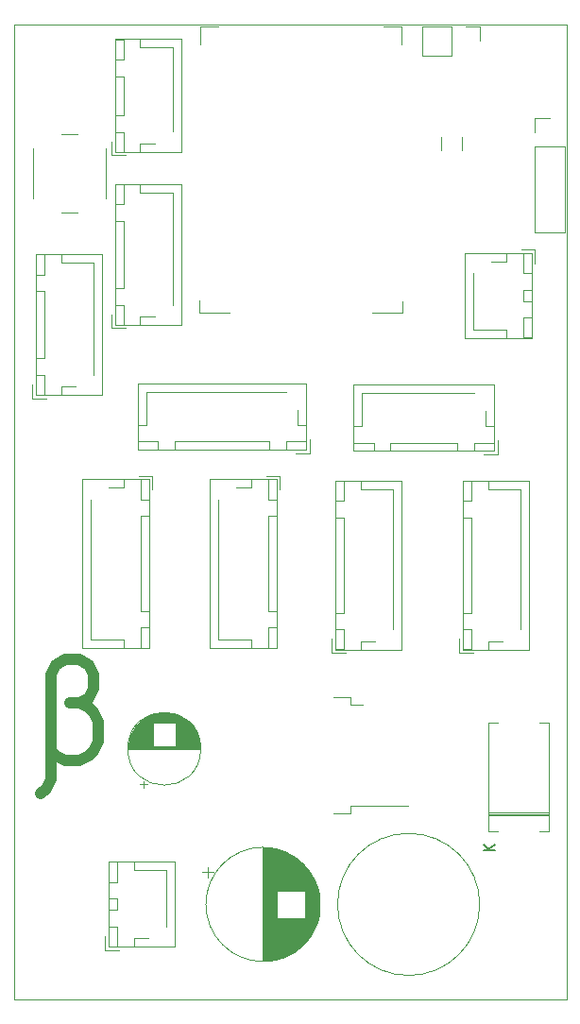
<source format=gbr>
G04 #@! TF.GenerationSoftware,KiCad,Pcbnew,(5.1.5)-3*
G04 #@! TF.CreationDate,2020-08-07T20:28:23-04:00*
G04 #@! TF.ProjectId,Ebike Board,4562696b-6520-4426-9f61-72642e6b6963,rev?*
G04 #@! TF.SameCoordinates,Original*
G04 #@! TF.FileFunction,Legend,Top*
G04 #@! TF.FilePolarity,Positive*
%FSLAX46Y46*%
G04 Gerber Fmt 4.6, Leading zero omitted, Abs format (unit mm)*
G04 Created by KiCad (PCBNEW (5.1.5)-3) date 2020-08-07 20:28:23*
%MOMM*%
%LPD*%
G04 APERTURE LIST*
%ADD10C,0.050000*%
%ADD11C,1.000000*%
%ADD12C,0.120000*%
%ADD13C,0.100000*%
%ADD14C,0.150000*%
G04 APERTURE END LIST*
D10*
X111000000Y-157100000D02*
X111000000Y-69700000D01*
X160500000Y-157100000D02*
X111000000Y-157100000D01*
X160500000Y-69700000D02*
X160500000Y-157100000D01*
X111000000Y-69700000D02*
X160500000Y-69700000D01*
D11*
X116842857Y-130528571D02*
X117700000Y-130957142D01*
X118128571Y-131385714D01*
X118557142Y-132242857D01*
X118557142Y-133957142D01*
X118128571Y-134814285D01*
X117700000Y-135242857D01*
X116842857Y-135671428D01*
X115557142Y-135671428D01*
X114700000Y-135242857D01*
X114271428Y-134814285D01*
X113414285Y-138671428D02*
X113842857Y-138242857D01*
X114271428Y-137385714D01*
X114271428Y-127957142D01*
X114700000Y-127100000D01*
X115557142Y-126671428D01*
X116842857Y-126671428D01*
X117700000Y-127100000D01*
X118128571Y-127957142D01*
X118128571Y-129242857D01*
X117700000Y-130100000D01*
X116842857Y-130528571D01*
X115985714Y-130528571D01*
D12*
X112650000Y-103250000D02*
X113900000Y-103250000D01*
X112650000Y-102000000D02*
X112650000Y-103250000D01*
X118150000Y-91100000D02*
X118150000Y-96650000D01*
X115200000Y-91100000D02*
X118150000Y-91100000D01*
X115200000Y-90350000D02*
X115200000Y-91100000D01*
X118150000Y-96650000D02*
X118150000Y-101140000D01*
X115200000Y-102200000D02*
X116540000Y-102200000D01*
X115200000Y-102950000D02*
X115200000Y-102200000D01*
X112950000Y-90350000D02*
X112950000Y-92150000D01*
X113700000Y-90350000D02*
X112950000Y-90350000D01*
X113700000Y-92150000D02*
X113700000Y-90350000D01*
X112950000Y-92150000D02*
X113700000Y-92150000D01*
X112950000Y-101150000D02*
X112950000Y-102950000D01*
X113700000Y-101150000D02*
X112950000Y-101150000D01*
X113700000Y-102950000D02*
X113700000Y-101150000D01*
X112950000Y-102950000D02*
X113700000Y-102950000D01*
X112950000Y-93650000D02*
X112950000Y-99650000D01*
X113700000Y-93650000D02*
X112950000Y-93650000D01*
X113700000Y-99650000D02*
X113700000Y-93650000D01*
X112950000Y-99650000D02*
X113700000Y-99650000D01*
X112940000Y-90340000D02*
X112940000Y-102960000D01*
X118910000Y-90340000D02*
X112940000Y-90340000D01*
X118910000Y-102960000D02*
X118910000Y-90340000D01*
X112940000Y-102960000D02*
X118910000Y-102960000D01*
X152730000Y-148590000D02*
G75*
G03X152730000Y-148590000I-6370000J0D01*
G01*
X134540000Y-110470000D02*
X128570000Y-110470000D01*
X128570000Y-110470000D02*
X128570000Y-125590000D01*
X128570000Y-125590000D02*
X134540000Y-125590000D01*
X134540000Y-125590000D02*
X134540000Y-110470000D01*
X134530000Y-113780000D02*
X133780000Y-113780000D01*
X133780000Y-113780000D02*
X133780000Y-122280000D01*
X133780000Y-122280000D02*
X134530000Y-122280000D01*
X134530000Y-122280000D02*
X134530000Y-113780000D01*
X134530000Y-110480000D02*
X133780000Y-110480000D01*
X133780000Y-110480000D02*
X133780000Y-112280000D01*
X133780000Y-112280000D02*
X134530000Y-112280000D01*
X134530000Y-112280000D02*
X134530000Y-110480000D01*
X134530000Y-123780000D02*
X133780000Y-123780000D01*
X133780000Y-123780000D02*
X133780000Y-125580000D01*
X133780000Y-125580000D02*
X134530000Y-125580000D01*
X134530000Y-125580000D02*
X134530000Y-123780000D01*
X132280000Y-110480000D02*
X132280000Y-111230000D01*
X132280000Y-111230000D02*
X130940000Y-111230000D01*
X129330000Y-118030000D02*
X129330000Y-112290000D01*
X132280000Y-125580000D02*
X132280000Y-124830000D01*
X132280000Y-124830000D02*
X129330000Y-124830000D01*
X129330000Y-124830000D02*
X129330000Y-118030000D01*
X134830000Y-111430000D02*
X134830000Y-110180000D01*
X134830000Y-110180000D02*
X133580000Y-110180000D01*
X151210000Y-125750000D02*
X157180000Y-125750000D01*
X157180000Y-125750000D02*
X157180000Y-110630000D01*
X157180000Y-110630000D02*
X151210000Y-110630000D01*
X151210000Y-110630000D02*
X151210000Y-125750000D01*
X151220000Y-122440000D02*
X151970000Y-122440000D01*
X151970000Y-122440000D02*
X151970000Y-113940000D01*
X151970000Y-113940000D02*
X151220000Y-113940000D01*
X151220000Y-113940000D02*
X151220000Y-122440000D01*
X151220000Y-125740000D02*
X151970000Y-125740000D01*
X151970000Y-125740000D02*
X151970000Y-123940000D01*
X151970000Y-123940000D02*
X151220000Y-123940000D01*
X151220000Y-123940000D02*
X151220000Y-125740000D01*
X151220000Y-112440000D02*
X151970000Y-112440000D01*
X151970000Y-112440000D02*
X151970000Y-110640000D01*
X151970000Y-110640000D02*
X151220000Y-110640000D01*
X151220000Y-110640000D02*
X151220000Y-112440000D01*
X153470000Y-125740000D02*
X153470000Y-124990000D01*
X153470000Y-124990000D02*
X154810000Y-124990000D01*
X156420000Y-118190000D02*
X156420000Y-123930000D01*
X153470000Y-110640000D02*
X153470000Y-111390000D01*
X153470000Y-111390000D02*
X156420000Y-111390000D01*
X156420000Y-111390000D02*
X156420000Y-118190000D01*
X150920000Y-124790000D02*
X150920000Y-126040000D01*
X150920000Y-126040000D02*
X152170000Y-126040000D01*
X139780000Y-125750000D02*
X145750000Y-125750000D01*
X145750000Y-125750000D02*
X145750000Y-110630000D01*
X145750000Y-110630000D02*
X139780000Y-110630000D01*
X139780000Y-110630000D02*
X139780000Y-125750000D01*
X139790000Y-122440000D02*
X140540000Y-122440000D01*
X140540000Y-122440000D02*
X140540000Y-113940000D01*
X140540000Y-113940000D02*
X139790000Y-113940000D01*
X139790000Y-113940000D02*
X139790000Y-122440000D01*
X139790000Y-125740000D02*
X140540000Y-125740000D01*
X140540000Y-125740000D02*
X140540000Y-123940000D01*
X140540000Y-123940000D02*
X139790000Y-123940000D01*
X139790000Y-123940000D02*
X139790000Y-125740000D01*
X139790000Y-112440000D02*
X140540000Y-112440000D01*
X140540000Y-112440000D02*
X140540000Y-110640000D01*
X140540000Y-110640000D02*
X139790000Y-110640000D01*
X139790000Y-110640000D02*
X139790000Y-112440000D01*
X142040000Y-125740000D02*
X142040000Y-124990000D01*
X142040000Y-124990000D02*
X143380000Y-124990000D01*
X144990000Y-118190000D02*
X144990000Y-123930000D01*
X142040000Y-110640000D02*
X142040000Y-111390000D01*
X142040000Y-111390000D02*
X144990000Y-111390000D01*
X144990000Y-111390000D02*
X144990000Y-118190000D01*
X139490000Y-124790000D02*
X139490000Y-126040000D01*
X139490000Y-126040000D02*
X140740000Y-126040000D01*
X154050000Y-107960000D02*
X154050000Y-101990000D01*
X154050000Y-101990000D02*
X141430000Y-101990000D01*
X141430000Y-101990000D02*
X141430000Y-107960000D01*
X141430000Y-107960000D02*
X154050000Y-107960000D01*
X150740000Y-107950000D02*
X150740000Y-107200000D01*
X150740000Y-107200000D02*
X144740000Y-107200000D01*
X144740000Y-107200000D02*
X144740000Y-107950000D01*
X144740000Y-107950000D02*
X150740000Y-107950000D01*
X154040000Y-107950000D02*
X154040000Y-107200000D01*
X154040000Y-107200000D02*
X152240000Y-107200000D01*
X152240000Y-107200000D02*
X152240000Y-107950000D01*
X152240000Y-107950000D02*
X154040000Y-107950000D01*
X143240000Y-107950000D02*
X143240000Y-107200000D01*
X143240000Y-107200000D02*
X141440000Y-107200000D01*
X141440000Y-107200000D02*
X141440000Y-107950000D01*
X141440000Y-107950000D02*
X143240000Y-107950000D01*
X154040000Y-105700000D02*
X153290000Y-105700000D01*
X153290000Y-105700000D02*
X153290000Y-104360000D01*
X147740000Y-102750000D02*
X152230000Y-102750000D01*
X141440000Y-105700000D02*
X142190000Y-105700000D01*
X142190000Y-105700000D02*
X142190000Y-102750000D01*
X142190000Y-102750000D02*
X147740000Y-102750000D01*
X153090000Y-108250000D02*
X154340000Y-108250000D01*
X154340000Y-108250000D02*
X154340000Y-107000000D01*
X120040000Y-81160000D02*
X126010000Y-81160000D01*
X126010000Y-81160000D02*
X126010000Y-71040000D01*
X126010000Y-71040000D02*
X120040000Y-71040000D01*
X120040000Y-71040000D02*
X120040000Y-81160000D01*
X120050000Y-77850000D02*
X120800000Y-77850000D01*
X120800000Y-77850000D02*
X120800000Y-74350000D01*
X120800000Y-74350000D02*
X120050000Y-74350000D01*
X120050000Y-74350000D02*
X120050000Y-77850000D01*
X120050000Y-81150000D02*
X120800000Y-81150000D01*
X120800000Y-81150000D02*
X120800000Y-79350000D01*
X120800000Y-79350000D02*
X120050000Y-79350000D01*
X120050000Y-79350000D02*
X120050000Y-81150000D01*
X120050000Y-72850000D02*
X120800000Y-72850000D01*
X120800000Y-72850000D02*
X120800000Y-71050000D01*
X120800000Y-71050000D02*
X120050000Y-71050000D01*
X120050000Y-71050000D02*
X120050000Y-72850000D01*
X122300000Y-81150000D02*
X122300000Y-80400000D01*
X122300000Y-80400000D02*
X123640000Y-80400000D01*
X125250000Y-76100000D02*
X125250000Y-79340000D01*
X122300000Y-71050000D02*
X122300000Y-71800000D01*
X122300000Y-71800000D02*
X125250000Y-71800000D01*
X125250000Y-71800000D02*
X125250000Y-76100000D01*
X119750000Y-80200000D02*
X119750000Y-81450000D01*
X119750000Y-81450000D02*
X121000000Y-81450000D01*
X116700000Y-79550000D02*
X115200000Y-79550000D01*
X112700000Y-80800000D02*
X112700000Y-85300000D01*
X115200000Y-86550000D02*
X116700000Y-86550000D01*
X119200000Y-85300000D02*
X119200000Y-80800000D01*
D13*
X127630000Y-95530000D02*
X130280000Y-95530000D01*
X127630000Y-94480000D02*
X127630000Y-95530000D01*
X145780000Y-95550000D02*
X143080000Y-95550000D01*
X145780000Y-94510000D02*
X145780000Y-95550000D01*
X127660000Y-69910000D02*
X129290000Y-69910000D01*
X127660000Y-71540000D02*
X127660000Y-69910000D01*
X145730000Y-69910000D02*
X144090000Y-69910000D01*
X145730000Y-71530000D02*
X145730000Y-69910000D01*
D12*
X157400000Y-90190000D02*
X151430000Y-90190000D01*
X151430000Y-90190000D02*
X151430000Y-97810000D01*
X151430000Y-97810000D02*
X157400000Y-97810000D01*
X157400000Y-97810000D02*
X157400000Y-90190000D01*
X157390000Y-93500000D02*
X156640000Y-93500000D01*
X156640000Y-93500000D02*
X156640000Y-94500000D01*
X156640000Y-94500000D02*
X157390000Y-94500000D01*
X157390000Y-94500000D02*
X157390000Y-93500000D01*
X157390000Y-90200000D02*
X156640000Y-90200000D01*
X156640000Y-90200000D02*
X156640000Y-92000000D01*
X156640000Y-92000000D02*
X157390000Y-92000000D01*
X157390000Y-92000000D02*
X157390000Y-90200000D01*
X157390000Y-96000000D02*
X156640000Y-96000000D01*
X156640000Y-96000000D02*
X156640000Y-97800000D01*
X156640000Y-97800000D02*
X157390000Y-97800000D01*
X157390000Y-97800000D02*
X157390000Y-96000000D01*
X155140000Y-90200000D02*
X155140000Y-90950000D01*
X155140000Y-90950000D02*
X153800000Y-90950000D01*
X152190000Y-94000000D02*
X152190000Y-92010000D01*
X155140000Y-97800000D02*
X155140000Y-97050000D01*
X155140000Y-97050000D02*
X152190000Y-97050000D01*
X152190000Y-97050000D02*
X152190000Y-94000000D01*
X157690000Y-91150000D02*
X157690000Y-89900000D01*
X157690000Y-89900000D02*
X156440000Y-89900000D01*
X120040000Y-96660000D02*
X126010000Y-96660000D01*
X126010000Y-96660000D02*
X126010000Y-84040000D01*
X126010000Y-84040000D02*
X120040000Y-84040000D01*
X120040000Y-84040000D02*
X120040000Y-96660000D01*
X120050000Y-93350000D02*
X120800000Y-93350000D01*
X120800000Y-93350000D02*
X120800000Y-87350000D01*
X120800000Y-87350000D02*
X120050000Y-87350000D01*
X120050000Y-87350000D02*
X120050000Y-93350000D01*
X120050000Y-96650000D02*
X120800000Y-96650000D01*
X120800000Y-96650000D02*
X120800000Y-94850000D01*
X120800000Y-94850000D02*
X120050000Y-94850000D01*
X120050000Y-94850000D02*
X120050000Y-96650000D01*
X120050000Y-85850000D02*
X120800000Y-85850000D01*
X120800000Y-85850000D02*
X120800000Y-84050000D01*
X120800000Y-84050000D02*
X120050000Y-84050000D01*
X120050000Y-84050000D02*
X120050000Y-85850000D01*
X122300000Y-96650000D02*
X122300000Y-95900000D01*
X122300000Y-95900000D02*
X123640000Y-95900000D01*
X125250000Y-90350000D02*
X125250000Y-94840000D01*
X122300000Y-84050000D02*
X122300000Y-84800000D01*
X122300000Y-84800000D02*
X125250000Y-84800000D01*
X125250000Y-84800000D02*
X125250000Y-90350000D01*
X119750000Y-95700000D02*
X119750000Y-96950000D01*
X119750000Y-96950000D02*
X121000000Y-96950000D01*
X137180000Y-107870000D02*
X137180000Y-101900000D01*
X137180000Y-101900000D02*
X122060000Y-101900000D01*
X122060000Y-101900000D02*
X122060000Y-107870000D01*
X122060000Y-107870000D02*
X137180000Y-107870000D01*
X133870000Y-107860000D02*
X133870000Y-107110000D01*
X133870000Y-107110000D02*
X125370000Y-107110000D01*
X125370000Y-107110000D02*
X125370000Y-107860000D01*
X125370000Y-107860000D02*
X133870000Y-107860000D01*
X137170000Y-107860000D02*
X137170000Y-107110000D01*
X137170000Y-107110000D02*
X135370000Y-107110000D01*
X135370000Y-107110000D02*
X135370000Y-107860000D01*
X135370000Y-107860000D02*
X137170000Y-107860000D01*
X123870000Y-107860000D02*
X123870000Y-107110000D01*
X123870000Y-107110000D02*
X122070000Y-107110000D01*
X122070000Y-107110000D02*
X122070000Y-107860000D01*
X122070000Y-107860000D02*
X123870000Y-107860000D01*
X137170000Y-105610000D02*
X136420000Y-105610000D01*
X136420000Y-105610000D02*
X136420000Y-104270000D01*
X129620000Y-102660000D02*
X135360000Y-102660000D01*
X122070000Y-105610000D02*
X122820000Y-105610000D01*
X122820000Y-105610000D02*
X122820000Y-102660000D01*
X122820000Y-102660000D02*
X129620000Y-102660000D01*
X136220000Y-108160000D02*
X137470000Y-108160000D01*
X137470000Y-108160000D02*
X137470000Y-106910000D01*
X119460000Y-152380000D02*
X125430000Y-152380000D01*
X125430000Y-152380000D02*
X125430000Y-144760000D01*
X125430000Y-144760000D02*
X119460000Y-144760000D01*
X119460000Y-144760000D02*
X119460000Y-152380000D01*
X119470000Y-149070000D02*
X120220000Y-149070000D01*
X120220000Y-149070000D02*
X120220000Y-148070000D01*
X120220000Y-148070000D02*
X119470000Y-148070000D01*
X119470000Y-148070000D02*
X119470000Y-149070000D01*
X119470000Y-152370000D02*
X120220000Y-152370000D01*
X120220000Y-152370000D02*
X120220000Y-150570000D01*
X120220000Y-150570000D02*
X119470000Y-150570000D01*
X119470000Y-150570000D02*
X119470000Y-152370000D01*
X119470000Y-146570000D02*
X120220000Y-146570000D01*
X120220000Y-146570000D02*
X120220000Y-144770000D01*
X120220000Y-144770000D02*
X119470000Y-144770000D01*
X119470000Y-144770000D02*
X119470000Y-146570000D01*
X121720000Y-152370000D02*
X121720000Y-151620000D01*
X121720000Y-151620000D02*
X123060000Y-151620000D01*
X124670000Y-148570000D02*
X124670000Y-150560000D01*
X121720000Y-144770000D02*
X121720000Y-145520000D01*
X121720000Y-145520000D02*
X124670000Y-145520000D01*
X124670000Y-145520000D02*
X124670000Y-148570000D01*
X119170000Y-151420000D02*
X119170000Y-152670000D01*
X119170000Y-152670000D02*
X120420000Y-152670000D01*
X123110000Y-110470000D02*
X117140000Y-110470000D01*
X117140000Y-110470000D02*
X117140000Y-125590000D01*
X117140000Y-125590000D02*
X123110000Y-125590000D01*
X123110000Y-125590000D02*
X123110000Y-110470000D01*
X123100000Y-113780000D02*
X122350000Y-113780000D01*
X122350000Y-113780000D02*
X122350000Y-122280000D01*
X122350000Y-122280000D02*
X123100000Y-122280000D01*
X123100000Y-122280000D02*
X123100000Y-113780000D01*
X123100000Y-110480000D02*
X122350000Y-110480000D01*
X122350000Y-110480000D02*
X122350000Y-112280000D01*
X122350000Y-112280000D02*
X123100000Y-112280000D01*
X123100000Y-112280000D02*
X123100000Y-110480000D01*
X123100000Y-123780000D02*
X122350000Y-123780000D01*
X122350000Y-123780000D02*
X122350000Y-125580000D01*
X122350000Y-125580000D02*
X123100000Y-125580000D01*
X123100000Y-125580000D02*
X123100000Y-123780000D01*
X120850000Y-110480000D02*
X120850000Y-111230000D01*
X120850000Y-111230000D02*
X119510000Y-111230000D01*
X117900000Y-118030000D02*
X117900000Y-112290000D01*
X120850000Y-125580000D02*
X120850000Y-124830000D01*
X120850000Y-124830000D02*
X117900000Y-124830000D01*
X117900000Y-124830000D02*
X117900000Y-118030000D01*
X123400000Y-111430000D02*
X123400000Y-110180000D01*
X123400000Y-110180000D02*
X122150000Y-110180000D01*
X152770000Y-69870000D02*
X152770000Y-71200000D01*
X151440000Y-69870000D02*
X152770000Y-69870000D01*
X150170000Y-69870000D02*
X150170000Y-72530000D01*
X150170000Y-72530000D02*
X147570000Y-72530000D01*
X150170000Y-69870000D02*
X147570000Y-69870000D01*
X147570000Y-69870000D02*
X147570000Y-72530000D01*
X157670000Y-78090000D02*
X159000000Y-78090000D01*
X157670000Y-79420000D02*
X157670000Y-78090000D01*
X157670000Y-80690000D02*
X160330000Y-80690000D01*
X160330000Y-80690000D02*
X160330000Y-88370000D01*
X157670000Y-80690000D02*
X157670000Y-88370000D01*
X157670000Y-88370000D02*
X160330000Y-88370000D01*
X141150000Y-130715000D02*
X142250000Y-130715000D01*
X141150000Y-130025000D02*
X141150000Y-130715000D01*
X139650000Y-130025000D02*
X141150000Y-130025000D01*
X141150000Y-139735000D02*
X146275000Y-139735000D01*
X141150000Y-140425000D02*
X141150000Y-139735000D01*
X139650000Y-140425000D02*
X141150000Y-140425000D01*
X149290000Y-79797936D02*
X149290000Y-81002064D01*
X151110000Y-79797936D02*
X151110000Y-81002064D01*
X153490000Y-140605000D02*
X158930000Y-140605000D01*
X153490000Y-140365000D02*
X158930000Y-140365000D01*
X153490000Y-140485000D02*
X158930000Y-140485000D01*
X158930000Y-132290000D02*
X158050000Y-132290000D01*
X158930000Y-142030000D02*
X158930000Y-132290000D01*
X158050000Y-142030000D02*
X158930000Y-142030000D01*
X153490000Y-132290000D02*
X154370000Y-132290000D01*
X153490000Y-142030000D02*
X153490000Y-132290000D01*
X154370000Y-142030000D02*
X153490000Y-142030000D01*
X128330354Y-145215000D02*
X128330354Y-146215000D01*
X127830354Y-145715000D02*
X128830354Y-145715000D01*
X138391000Y-147991000D02*
X138391000Y-149189000D01*
X138351000Y-147728000D02*
X138351000Y-149452000D01*
X138311000Y-147528000D02*
X138311000Y-149652000D01*
X138271000Y-147360000D02*
X138271000Y-149820000D01*
X138231000Y-147212000D02*
X138231000Y-149968000D01*
X138191000Y-147080000D02*
X138191000Y-150100000D01*
X138151000Y-146960000D02*
X138151000Y-150220000D01*
X138111000Y-146848000D02*
X138111000Y-150332000D01*
X138071000Y-146744000D02*
X138071000Y-150436000D01*
X138031000Y-146646000D02*
X138031000Y-150534000D01*
X137991000Y-146553000D02*
X137991000Y-150627000D01*
X137951000Y-146465000D02*
X137951000Y-150715000D01*
X137911000Y-146381000D02*
X137911000Y-150799000D01*
X137871000Y-146301000D02*
X137871000Y-150879000D01*
X137831000Y-146225000D02*
X137831000Y-150955000D01*
X137791000Y-146151000D02*
X137791000Y-151029000D01*
X137751000Y-146080000D02*
X137751000Y-151100000D01*
X137711000Y-146011000D02*
X137711000Y-151169000D01*
X137671000Y-145945000D02*
X137671000Y-151235000D01*
X137631000Y-145881000D02*
X137631000Y-151299000D01*
X137591000Y-145820000D02*
X137591000Y-151360000D01*
X137551000Y-145760000D02*
X137551000Y-151420000D01*
X137511000Y-145701000D02*
X137511000Y-151479000D01*
X137471000Y-145645000D02*
X137471000Y-151535000D01*
X137431000Y-145590000D02*
X137431000Y-151590000D01*
X137391000Y-145536000D02*
X137391000Y-151644000D01*
X137351000Y-145484000D02*
X137351000Y-151696000D01*
X137311000Y-145434000D02*
X137311000Y-151746000D01*
X137271000Y-145384000D02*
X137271000Y-151796000D01*
X137231000Y-145336000D02*
X137231000Y-151844000D01*
X137191000Y-145289000D02*
X137191000Y-151891000D01*
X137151000Y-145243000D02*
X137151000Y-151937000D01*
X137111000Y-145198000D02*
X137111000Y-151982000D01*
X137071000Y-145154000D02*
X137071000Y-152026000D01*
X137031000Y-149831000D02*
X137031000Y-152068000D01*
X137031000Y-145112000D02*
X137031000Y-147349000D01*
X136991000Y-149831000D02*
X136991000Y-152110000D01*
X136991000Y-145070000D02*
X136991000Y-147349000D01*
X136951000Y-149831000D02*
X136951000Y-152151000D01*
X136951000Y-145029000D02*
X136951000Y-147349000D01*
X136911000Y-149831000D02*
X136911000Y-152191000D01*
X136911000Y-144989000D02*
X136911000Y-147349000D01*
X136871000Y-149831000D02*
X136871000Y-152230000D01*
X136871000Y-144950000D02*
X136871000Y-147349000D01*
X136831000Y-149831000D02*
X136831000Y-152269000D01*
X136831000Y-144911000D02*
X136831000Y-147349000D01*
X136791000Y-149831000D02*
X136791000Y-152306000D01*
X136791000Y-144874000D02*
X136791000Y-147349000D01*
X136751000Y-149831000D02*
X136751000Y-152343000D01*
X136751000Y-144837000D02*
X136751000Y-147349000D01*
X136711000Y-149831000D02*
X136711000Y-152379000D01*
X136711000Y-144801000D02*
X136711000Y-147349000D01*
X136671000Y-149831000D02*
X136671000Y-152414000D01*
X136671000Y-144766000D02*
X136671000Y-147349000D01*
X136631000Y-149831000D02*
X136631000Y-152448000D01*
X136631000Y-144732000D02*
X136631000Y-147349000D01*
X136591000Y-149831000D02*
X136591000Y-152482000D01*
X136591000Y-144698000D02*
X136591000Y-147349000D01*
X136551000Y-149831000D02*
X136551000Y-152515000D01*
X136551000Y-144665000D02*
X136551000Y-147349000D01*
X136511000Y-149831000D02*
X136511000Y-152547000D01*
X136511000Y-144633000D02*
X136511000Y-147349000D01*
X136471000Y-149831000D02*
X136471000Y-152579000D01*
X136471000Y-144601000D02*
X136471000Y-147349000D01*
X136431000Y-149831000D02*
X136431000Y-152610000D01*
X136431000Y-144570000D02*
X136431000Y-147349000D01*
X136391000Y-149831000D02*
X136391000Y-152640000D01*
X136391000Y-144540000D02*
X136391000Y-147349000D01*
X136351000Y-149831000D02*
X136351000Y-152670000D01*
X136351000Y-144510000D02*
X136351000Y-147349000D01*
X136311000Y-149831000D02*
X136311000Y-152700000D01*
X136311000Y-144480000D02*
X136311000Y-147349000D01*
X136271000Y-149831000D02*
X136271000Y-152728000D01*
X136271000Y-144452000D02*
X136271000Y-147349000D01*
X136231000Y-149831000D02*
X136231000Y-152756000D01*
X136231000Y-144424000D02*
X136231000Y-147349000D01*
X136191000Y-149831000D02*
X136191000Y-152784000D01*
X136191000Y-144396000D02*
X136191000Y-147349000D01*
X136151000Y-149831000D02*
X136151000Y-152811000D01*
X136151000Y-144369000D02*
X136151000Y-147349000D01*
X136111000Y-149831000D02*
X136111000Y-152837000D01*
X136111000Y-144343000D02*
X136111000Y-147349000D01*
X136071000Y-149831000D02*
X136071000Y-152863000D01*
X136071000Y-144317000D02*
X136071000Y-147349000D01*
X136031000Y-149831000D02*
X136031000Y-152888000D01*
X136031000Y-144292000D02*
X136031000Y-147349000D01*
X135991000Y-149831000D02*
X135991000Y-152913000D01*
X135991000Y-144267000D02*
X135991000Y-147349000D01*
X135951000Y-149831000D02*
X135951000Y-152937000D01*
X135951000Y-144243000D02*
X135951000Y-147349000D01*
X135911000Y-149831000D02*
X135911000Y-152961000D01*
X135911000Y-144219000D02*
X135911000Y-147349000D01*
X135871000Y-149831000D02*
X135871000Y-152985000D01*
X135871000Y-144195000D02*
X135871000Y-147349000D01*
X135831000Y-149831000D02*
X135831000Y-153007000D01*
X135831000Y-144173000D02*
X135831000Y-147349000D01*
X135791000Y-149831000D02*
X135791000Y-153030000D01*
X135791000Y-144150000D02*
X135791000Y-147349000D01*
X135751000Y-149831000D02*
X135751000Y-153052000D01*
X135751000Y-144128000D02*
X135751000Y-147349000D01*
X135711000Y-149831000D02*
X135711000Y-153073000D01*
X135711000Y-144107000D02*
X135711000Y-147349000D01*
X135671000Y-149831000D02*
X135671000Y-153094000D01*
X135671000Y-144086000D02*
X135671000Y-147349000D01*
X135631000Y-149831000D02*
X135631000Y-153115000D01*
X135631000Y-144065000D02*
X135631000Y-147349000D01*
X135591000Y-149831000D02*
X135591000Y-153135000D01*
X135591000Y-144045000D02*
X135591000Y-147349000D01*
X135551000Y-149831000D02*
X135551000Y-153154000D01*
X135551000Y-144026000D02*
X135551000Y-147349000D01*
X135511000Y-149831000D02*
X135511000Y-153174000D01*
X135511000Y-144006000D02*
X135511000Y-147349000D01*
X135471000Y-149831000D02*
X135471000Y-153193000D01*
X135471000Y-143987000D02*
X135471000Y-147349000D01*
X135431000Y-149831000D02*
X135431000Y-153211000D01*
X135431000Y-143969000D02*
X135431000Y-147349000D01*
X135391000Y-149831000D02*
X135391000Y-153229000D01*
X135391000Y-143951000D02*
X135391000Y-147349000D01*
X135351000Y-149831000D02*
X135351000Y-153247000D01*
X135351000Y-143933000D02*
X135351000Y-147349000D01*
X135311000Y-149831000D02*
X135311000Y-153264000D01*
X135311000Y-143916000D02*
X135311000Y-147349000D01*
X135271000Y-149831000D02*
X135271000Y-153280000D01*
X135271000Y-143900000D02*
X135271000Y-147349000D01*
X135231000Y-149831000D02*
X135231000Y-153297000D01*
X135231000Y-143883000D02*
X135231000Y-147349000D01*
X135191000Y-149831000D02*
X135191000Y-153313000D01*
X135191000Y-143867000D02*
X135191000Y-147349000D01*
X135151000Y-149831000D02*
X135151000Y-153328000D01*
X135151000Y-143852000D02*
X135151000Y-147349000D01*
X135111000Y-149831000D02*
X135111000Y-153344000D01*
X135111000Y-143836000D02*
X135111000Y-147349000D01*
X135071000Y-149831000D02*
X135071000Y-153358000D01*
X135071000Y-143822000D02*
X135071000Y-147349000D01*
X135031000Y-149831000D02*
X135031000Y-153373000D01*
X135031000Y-143807000D02*
X135031000Y-147349000D01*
X134991000Y-149831000D02*
X134991000Y-153387000D01*
X134991000Y-143793000D02*
X134991000Y-147349000D01*
X134951000Y-149831000D02*
X134951000Y-153401000D01*
X134951000Y-143779000D02*
X134951000Y-147349000D01*
X134911000Y-149831000D02*
X134911000Y-153414000D01*
X134911000Y-143766000D02*
X134911000Y-147349000D01*
X134871000Y-149831000D02*
X134871000Y-153427000D01*
X134871000Y-143753000D02*
X134871000Y-147349000D01*
X134831000Y-149831000D02*
X134831000Y-153440000D01*
X134831000Y-143740000D02*
X134831000Y-147349000D01*
X134791000Y-149831000D02*
X134791000Y-153452000D01*
X134791000Y-143728000D02*
X134791000Y-147349000D01*
X134751000Y-149831000D02*
X134751000Y-153464000D01*
X134751000Y-143716000D02*
X134751000Y-147349000D01*
X134711000Y-149831000D02*
X134711000Y-153475000D01*
X134711000Y-143705000D02*
X134711000Y-147349000D01*
X134671000Y-149831000D02*
X134671000Y-153487000D01*
X134671000Y-143693000D02*
X134671000Y-147349000D01*
X134631000Y-149831000D02*
X134631000Y-153497000D01*
X134631000Y-143683000D02*
X134631000Y-147349000D01*
X134591000Y-149831000D02*
X134591000Y-153508000D01*
X134591000Y-143672000D02*
X134591000Y-147349000D01*
X134551000Y-143662000D02*
X134551000Y-153518000D01*
X134511000Y-143652000D02*
X134511000Y-153528000D01*
X134471000Y-143643000D02*
X134471000Y-153537000D01*
X134431000Y-143634000D02*
X134431000Y-153546000D01*
X134391000Y-143625000D02*
X134391000Y-153555000D01*
X134351000Y-143616000D02*
X134351000Y-153564000D01*
X134311000Y-143608000D02*
X134311000Y-153572000D01*
X134271000Y-143600000D02*
X134271000Y-153580000D01*
X134231000Y-143593000D02*
X134231000Y-153587000D01*
X134191000Y-143586000D02*
X134191000Y-153594000D01*
X134151000Y-143579000D02*
X134151000Y-153601000D01*
X134111000Y-143572000D02*
X134111000Y-153608000D01*
X134071000Y-143566000D02*
X134071000Y-153614000D01*
X134031000Y-143560000D02*
X134031000Y-153620000D01*
X133990000Y-143555000D02*
X133990000Y-153625000D01*
X133950000Y-143550000D02*
X133950000Y-153630000D01*
X133910000Y-143545000D02*
X133910000Y-153635000D01*
X133870000Y-143540000D02*
X133870000Y-153640000D01*
X133830000Y-143536000D02*
X133830000Y-153644000D01*
X133790000Y-143532000D02*
X133790000Y-153648000D01*
X133750000Y-143528000D02*
X133750000Y-153652000D01*
X133710000Y-143525000D02*
X133710000Y-153655000D01*
X133670000Y-143522000D02*
X133670000Y-153658000D01*
X133630000Y-143520000D02*
X133630000Y-153660000D01*
X133590000Y-143517000D02*
X133590000Y-153663000D01*
X133550000Y-143515000D02*
X133550000Y-153665000D01*
X133510000Y-143513000D02*
X133510000Y-153667000D01*
X133470000Y-143512000D02*
X133470000Y-153668000D01*
X133430000Y-143511000D02*
X133430000Y-153669000D01*
X133390000Y-143510000D02*
X133390000Y-153670000D01*
X133350000Y-143510000D02*
X133350000Y-153670000D01*
X133310000Y-143510000D02*
X133310000Y-153670000D01*
X138430000Y-148590000D02*
G75*
G03X138430000Y-148590000I-5120000J0D01*
G01*
X122306000Y-137825241D02*
X122936000Y-137825241D01*
X122621000Y-138140241D02*
X122621000Y-137510241D01*
X124058000Y-131399000D02*
X124862000Y-131399000D01*
X123827000Y-131439000D02*
X125093000Y-131439000D01*
X123658000Y-131479000D02*
X125262000Y-131479000D01*
X123520000Y-131519000D02*
X125400000Y-131519000D01*
X123401000Y-131559000D02*
X125519000Y-131559000D01*
X123295000Y-131599000D02*
X125625000Y-131599000D01*
X123198000Y-131639000D02*
X125722000Y-131639000D01*
X123110000Y-131679000D02*
X125810000Y-131679000D01*
X123028000Y-131719000D02*
X125892000Y-131719000D01*
X122951000Y-131759000D02*
X125969000Y-131759000D01*
X122879000Y-131799000D02*
X126041000Y-131799000D01*
X122810000Y-131839000D02*
X126110000Y-131839000D01*
X122746000Y-131879000D02*
X126174000Y-131879000D01*
X122684000Y-131919000D02*
X126236000Y-131919000D01*
X122626000Y-131959000D02*
X126294000Y-131959000D01*
X122570000Y-131999000D02*
X126350000Y-131999000D01*
X122516000Y-132039000D02*
X126404000Y-132039000D01*
X122465000Y-132079000D02*
X126455000Y-132079000D01*
X122416000Y-132119000D02*
X126504000Y-132119000D01*
X122368000Y-132159000D02*
X126552000Y-132159000D01*
X122323000Y-132199000D02*
X126597000Y-132199000D01*
X122278000Y-132239000D02*
X126642000Y-132239000D01*
X122236000Y-132279000D02*
X126684000Y-132279000D01*
X122195000Y-132319000D02*
X126725000Y-132319000D01*
X125500000Y-132359000D02*
X126765000Y-132359000D01*
X122155000Y-132359000D02*
X123420000Y-132359000D01*
X125500000Y-132399000D02*
X126803000Y-132399000D01*
X122117000Y-132399000D02*
X123420000Y-132399000D01*
X125500000Y-132439000D02*
X126840000Y-132439000D01*
X122080000Y-132439000D02*
X123420000Y-132439000D01*
X125500000Y-132479000D02*
X126876000Y-132479000D01*
X122044000Y-132479000D02*
X123420000Y-132479000D01*
X125500000Y-132519000D02*
X126910000Y-132519000D01*
X122010000Y-132519000D02*
X123420000Y-132519000D01*
X125500000Y-132559000D02*
X126944000Y-132559000D01*
X121976000Y-132559000D02*
X123420000Y-132559000D01*
X125500000Y-132599000D02*
X126976000Y-132599000D01*
X121944000Y-132599000D02*
X123420000Y-132599000D01*
X125500000Y-132639000D02*
X127008000Y-132639000D01*
X121912000Y-132639000D02*
X123420000Y-132639000D01*
X125500000Y-132679000D02*
X127038000Y-132679000D01*
X121882000Y-132679000D02*
X123420000Y-132679000D01*
X125500000Y-132719000D02*
X127067000Y-132719000D01*
X121853000Y-132719000D02*
X123420000Y-132719000D01*
X125500000Y-132759000D02*
X127096000Y-132759000D01*
X121824000Y-132759000D02*
X123420000Y-132759000D01*
X125500000Y-132799000D02*
X127124000Y-132799000D01*
X121796000Y-132799000D02*
X123420000Y-132799000D01*
X125500000Y-132839000D02*
X127150000Y-132839000D01*
X121770000Y-132839000D02*
X123420000Y-132839000D01*
X125500000Y-132879000D02*
X127176000Y-132879000D01*
X121744000Y-132879000D02*
X123420000Y-132879000D01*
X125500000Y-132919000D02*
X127202000Y-132919000D01*
X121718000Y-132919000D02*
X123420000Y-132919000D01*
X125500000Y-132959000D02*
X127226000Y-132959000D01*
X121694000Y-132959000D02*
X123420000Y-132959000D01*
X125500000Y-132999000D02*
X127250000Y-132999000D01*
X121670000Y-132999000D02*
X123420000Y-132999000D01*
X125500000Y-133039000D02*
X127272000Y-133039000D01*
X121648000Y-133039000D02*
X123420000Y-133039000D01*
X125500000Y-133079000D02*
X127294000Y-133079000D01*
X121626000Y-133079000D02*
X123420000Y-133079000D01*
X125500000Y-133119000D02*
X127316000Y-133119000D01*
X121604000Y-133119000D02*
X123420000Y-133119000D01*
X125500000Y-133159000D02*
X127336000Y-133159000D01*
X121584000Y-133159000D02*
X123420000Y-133159000D01*
X125500000Y-133199000D02*
X127356000Y-133199000D01*
X121564000Y-133199000D02*
X123420000Y-133199000D01*
X125500000Y-133239000D02*
X127376000Y-133239000D01*
X121544000Y-133239000D02*
X123420000Y-133239000D01*
X125500000Y-133279000D02*
X127394000Y-133279000D01*
X121526000Y-133279000D02*
X123420000Y-133279000D01*
X125500000Y-133319000D02*
X127412000Y-133319000D01*
X121508000Y-133319000D02*
X123420000Y-133319000D01*
X125500000Y-133359000D02*
X127430000Y-133359000D01*
X121490000Y-133359000D02*
X123420000Y-133359000D01*
X125500000Y-133399000D02*
X127446000Y-133399000D01*
X121474000Y-133399000D02*
X123420000Y-133399000D01*
X125500000Y-133439000D02*
X127462000Y-133439000D01*
X121458000Y-133439000D02*
X123420000Y-133439000D01*
X125500000Y-133479000D02*
X127478000Y-133479000D01*
X121442000Y-133479000D02*
X123420000Y-133479000D01*
X125500000Y-133519000D02*
X127493000Y-133519000D01*
X121427000Y-133519000D02*
X123420000Y-133519000D01*
X125500000Y-133559000D02*
X127507000Y-133559000D01*
X121413000Y-133559000D02*
X123420000Y-133559000D01*
X125500000Y-133599000D02*
X127521000Y-133599000D01*
X121399000Y-133599000D02*
X123420000Y-133599000D01*
X125500000Y-133639000D02*
X127534000Y-133639000D01*
X121386000Y-133639000D02*
X123420000Y-133639000D01*
X125500000Y-133679000D02*
X127546000Y-133679000D01*
X121374000Y-133679000D02*
X123420000Y-133679000D01*
X125500000Y-133719000D02*
X127558000Y-133719000D01*
X121362000Y-133719000D02*
X123420000Y-133719000D01*
X125500000Y-133759000D02*
X127570000Y-133759000D01*
X121350000Y-133759000D02*
X123420000Y-133759000D01*
X125500000Y-133799000D02*
X127581000Y-133799000D01*
X121339000Y-133799000D02*
X123420000Y-133799000D01*
X125500000Y-133839000D02*
X127591000Y-133839000D01*
X121329000Y-133839000D02*
X123420000Y-133839000D01*
X125500000Y-133879000D02*
X127601000Y-133879000D01*
X121319000Y-133879000D02*
X123420000Y-133879000D01*
X125500000Y-133919000D02*
X127610000Y-133919000D01*
X121310000Y-133919000D02*
X123420000Y-133919000D01*
X125500000Y-133960000D02*
X127619000Y-133960000D01*
X121301000Y-133960000D02*
X123420000Y-133960000D01*
X125500000Y-134000000D02*
X127627000Y-134000000D01*
X121293000Y-134000000D02*
X123420000Y-134000000D01*
X125500000Y-134040000D02*
X127635000Y-134040000D01*
X121285000Y-134040000D02*
X123420000Y-134040000D01*
X125500000Y-134080000D02*
X127642000Y-134080000D01*
X121278000Y-134080000D02*
X123420000Y-134080000D01*
X125500000Y-134120000D02*
X127649000Y-134120000D01*
X121271000Y-134120000D02*
X123420000Y-134120000D01*
X125500000Y-134160000D02*
X127655000Y-134160000D01*
X121265000Y-134160000D02*
X123420000Y-134160000D01*
X125500000Y-134200000D02*
X127661000Y-134200000D01*
X121259000Y-134200000D02*
X123420000Y-134200000D01*
X125500000Y-134240000D02*
X127666000Y-134240000D01*
X121254000Y-134240000D02*
X123420000Y-134240000D01*
X125500000Y-134280000D02*
X127671000Y-134280000D01*
X121249000Y-134280000D02*
X123420000Y-134280000D01*
X125500000Y-134320000D02*
X127675000Y-134320000D01*
X121245000Y-134320000D02*
X123420000Y-134320000D01*
X125500000Y-134360000D02*
X127678000Y-134360000D01*
X121242000Y-134360000D02*
X123420000Y-134360000D01*
X125500000Y-134400000D02*
X127682000Y-134400000D01*
X121238000Y-134400000D02*
X123420000Y-134400000D01*
X121236000Y-134440000D02*
X127684000Y-134440000D01*
X121233000Y-134480000D02*
X127687000Y-134480000D01*
X121232000Y-134520000D02*
X127688000Y-134520000D01*
X121230000Y-134560000D02*
X127690000Y-134560000D01*
X121230000Y-134600000D02*
X127690000Y-134600000D01*
X121230000Y-134640000D02*
X127690000Y-134640000D01*
X127730000Y-134640000D02*
G75*
G03X127730000Y-134640000I-3270000J0D01*
G01*
D14*
X154062380Y-143771904D02*
X153062380Y-143771904D01*
X154062380Y-143200476D02*
X153490952Y-143629047D01*
X153062380Y-143200476D02*
X153633809Y-143771904D01*
M02*

</source>
